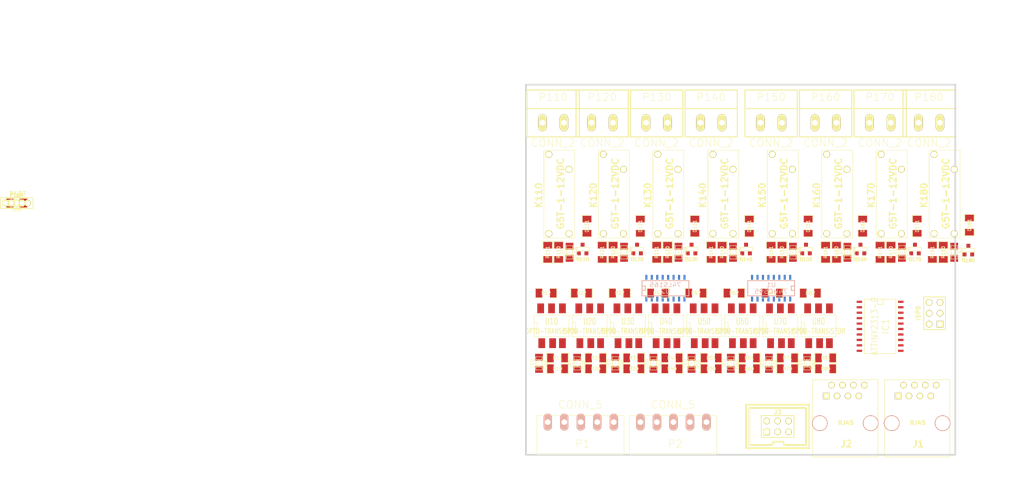
<source format=kicad_pcb>
(kicad_pcb (version 3) (host pcbnew "(2012-nov-02)-testing")
  (title_block (title "4in4out I2C board") (rev 0) (company "XPLDUINO project") (comment 1 "GNU GPL v2") (comment 2 "Domotic Open Source "))
  (layers (15 Dessus signal) (0 Dessous signal))
  (net 0 "")
  (net 1 +12V)
  (net 2 +5V)
  (net 3 /230_110_1)
  (net 4 /230_110_2)
  (net 5 /230_120_1)
  (net 6 /230_120_2)
  (net 7 /230_130_1)
  (net 8 /230_130_2)
  (net 9 /230_140_1)
  (net 10 /230_140_2)
  (net 11 /230_150_1)
  (net 12 /230_150_2)
  (net 13 /230_160_1)
  (net 14 /230_160_2)
  (net 15 /230_170_1)
  (net 16 /230_170_2)
  (net 17 /230_180_1)
  (net 18 /230_180_2)
  (net 19 /INT)
  (net 20 A0)
  (net 21 A1)
  (net 22 A2)
  (net 23 A3)
  (net 24 CLK)
  (net 25 CLK_IN)
  (net 26 CMD0)
  (net 27 CMD1)
  (net 28 CMD2)
  (net 29 CMD3)
  (net 30 CMD4)
  (net 31 CMD5)
  (net 32 CMD6)
  (net 33 CMD7)
  (net 34 DATA_IN)
  (net 35 DGND)
  (net 36 GND)
  (net 37 IN0)
  (net 38 IN1)
  (net 39 IN2)
  (net 40 IN3)
  (net 41 IN4)
  (net 42 IN5)
  (net 43 IN6)
  (net 44 IN7)
  (net 45 LATCH)
  (net 46 LATCH_IN)
  (net 47 MISO)
  (net 48 "MOSI(SDA)")
  (net 49 N-000001)
  (net 50 N-0000010)
  (net 51 N-0000011)
  (net 52 N-0000012)
  (net 53 N-0000013)
  (net 54 N-0000014)
  (net 55 N-0000015)
  (net 56 N-0000016)
  (net 57 N-0000018)
  (net 58 N-000002)
  (net 59 N-0000020)
  (net 60 N-0000021)
  (net 61 N-0000022)
  (net 62 N-0000023)
  (net 63 N-0000024)
  (net 64 N-0000025)
  (net 65 N-0000027)
  (net 66 N-0000028)
  (net 67 N-0000029)
  (net 68 N-000003)
  (net 69 N-0000030)
  (net 70 N-0000031)
  (net 71 N-0000032)
  (net 72 N-0000035)
  (net 73 N-0000036)
  (net 74 N-0000037)
  (net 75 N-0000038)
  (net 76 N-000004)
  (net 77 N-0000049)
  (net 78 N-000005)
  (net 79 N-0000050)
  (net 80 N-0000051)
  (net 81 N-0000052)
  (net 82 N-0000053)
  (net 83 N-0000054)
  (net 84 N-0000055)
  (net 85 N-0000056)
  (net 86 N-0000057)
  (net 87 N-0000058)
  (net 88 N-0000059)
  (net 89 N-000006)
  (net 90 N-000007)
  (net 91 N-0000075)
  (net 92 N-000008)
  (net 93 N-0000087)
  (net 94 N-000009)
  (net 95 OUT0)
  (net 96 OUT1)
  (net 97 OUT2)
  (net 98 OUT3)
  (net 99 OUT4)
  (net 100 OUT5)
  (net 101 OUT6)
  (net 102 OUT7)
  (net 103 RX)
  (net 104 "SCK(SCL)")
  (net 105 TX)
  (module SOT23EBC (layer Dessus) (at 246.888 109.474 180)
    (fp_text reference Q150)
    (fp_text value NPN hide)
    (pad 1 smd rect (at -0.889 -1.016 180) (size 0.9144 0.9144) (layers Dessus Dessus.Pate Dessus.Masque) (net 35 DGND))
    (pad 2 smd rect (at 0.889 -1.016 180) (size 0.9144 0.9144) (layers Dessus Dessus.Pate Dessus.Masque) (net 64 N-0000025))
    (pad 3 smd rect (at 0 1.016 180) (size 0.9144 0.9144) (layers Dessus Dessus.Pate Dessus.Masque) (net 63 N-0000024))
  )
  (module SOT23EBC (layer Dessus) (at 259.588 109.474 180)
    (fp_text reference Q160)
    (fp_text value NPN hide)
    (pad 1 smd rect (at -0.889 -1.016 180) (size 0.9144 0.9144) (layers Dessus Dessus.Pate Dessus.Masque) (net 35 DGND))
    (pad 2 smd rect (at 0.889 -1.016 180) (size 0.9144 0.9144) (layers Dessus Dessus.Pate Dessus.Masque) (net 57 N-0000018))
    (pad 3 smd rect (at 0 1.016 180) (size 0.9144 0.9144) (layers Dessus Dessus.Pate Dessus.Masque) (net 66 N-0000028))
  )
  (module SOT23EBC (layer Dessus) (at 232.918 109.474 180)
    (fp_text reference Q140)
    (fp_text value NPN hide)
    (pad 1 smd rect (at -0.889 -1.016 180) (size 0.9144 0.9144) (layers Dessus Dessus.Pate Dessus.Masque) (net 35 DGND))
    (pad 2 smd rect (at 0.889 -1.016 180) (size 0.9144 0.9144) (layers Dessus Dessus.Pate Dessus.Masque) (net 61 N-0000022))
    (pad 3 smd rect (at 0 1.016 180) (size 0.9144 0.9144) (layers Dessus Dessus.Pate Dessus.Masque) (net 90 N-000007))
  )
  (module SOT23EBC (layer Dessus) (at 272.288 109.474 180)
    (fp_text reference Q170)
    (fp_text value NPN hide)
    (pad 1 smd rect (at -0.889 -1.016 180) (size 0.9144 0.9144) (layers Dessus Dessus.Pate Dessus.Masque) (net 35 DGND))
    (pad 2 smd rect (at 0.889 -1.016 180) (size 0.9144 0.9144) (layers Dessus Dessus.Pate Dessus.Masque) (net 55 N-0000015))
    (pad 3 smd rect (at 0 1.016 180) (size 0.9144 0.9144) (layers Dessus Dessus.Pate Dessus.Masque) (net 54 N-0000014))
  )
  (module SOT23EBC (layer Dessus) (at 194.818 109.474 180)
    (fp_text reference Q110)
    (fp_text value NPN hide)
    (pad 1 smd rect (at -0.889 -1.016 180) (size 0.9144 0.9144) (layers Dessus Dessus.Pate Dessus.Masque) (net 35 DGND))
    (pad 2 smd rect (at 0.889 -1.016 180) (size 0.9144 0.9144) (layers Dessus Dessus.Pate Dessus.Masque) (net 69 N-0000030))
    (pad 3 smd rect (at 0 1.016 180) (size 0.9144 0.9144) (layers Dessus Dessus.Pate Dessus.Masque) (net 71 N-0000032))
  )
  (module SOT23EBC (layer Dessus) (at 220.218 109.474 180)
    (fp_text reference Q130)
    (fp_text value NPN hide)
    (pad 1 smd rect (at -0.889 -1.016 180) (size 0.9144 0.9144) (layers Dessus Dessus.Pate Dessus.Masque) (net 35 DGND))
    (pad 2 smd rect (at 0.889 -1.016 180) (size 0.9144 0.9144) (layers Dessus Dessus.Pate Dessus.Masque) (net 78 N-000005))
    (pad 3 smd rect (at 0 1.016 180) (size 0.9144 0.9144) (layers Dessus Dessus.Pate Dessus.Masque) (net 49 N-000001))
  )
  (module SOT23EBC (layer Dessus) (at 284.734 109.728 180)
    (fp_text reference Q180)
    (fp_text value NPN hide)
    (pad 1 smd rect (at -0.889 -1.016 180) (size 0.9144 0.9144) (layers Dessus Dessus.Pate Dessus.Masque) (net 35 DGND))
    (pad 2 smd rect (at 0.889 -1.016 180) (size 0.9144 0.9144) (layers Dessus Dessus.Pate Dessus.Masque) (net 86 N-0000057))
    (pad 3 smd rect (at 0 1.016 180) (size 0.9144 0.9144) (layers Dessus Dessus.Pate Dessus.Masque) (net 60 N-0000021))
  )
  (module SOT23EBC (layer Dessus) (at 207.518 109.474 180)
    (fp_text reference Q120)
    (fp_text value NPN hide)
    (pad 1 smd rect (at -0.889 -1.016 180) (size 0.9144 0.9144) (layers Dessus Dessus.Pate Dessus.Masque) (net 35 DGND))
    (pad 2 smd rect (at 0.889 -1.016 180) (size 0.9144 0.9144) (layers Dessus Dessus.Pate Dessus.Masque) (net 68 N-000003))
    (pad 3 smd rect (at 0 1.016 180) (size 0.9144 0.9144) (layers Dessus Dessus.Pate Dessus.Masque) (net 76 N-000004))
  )
  (module SO20L (layer Dessus) (at 264.16 127.508 270)
    (fp_text reference IC1)
    (fp_text value ATTINY2313-P)
    (pad 11 smd rect (at 5.715 -4.826 270) (size 0.508 1.27) (layers Dessus Dessus.Pate Dessus.Masque) (net 19 /INT))
    (pad 12 smd rect (at 4.445 -4.826 270) (size 0.508 1.27) (layers Dessus Dessus.Pate Dessus.Masque) (net 34 DATA_IN))
    (pad 13 smd rect (at 3.175 -4.826 270) (size 0.508 1.27) (layers Dessus Dessus.Pate Dessus.Masque) (net 20 A0))
    (pad 14 smd rect (at 1.905 -4.826 270) (size 0.508 1.27) (layers Dessus Dessus.Pate Dessus.Masque) (net 21 A1))
    (pad 15 smd rect (at 0.635 -4.826 270) (size 0.508 1.27) (layers Dessus Dessus.Pate Dessus.Masque) (net 22 A2))
    (pad 16 smd rect (at -0.635 -4.826 270) (size 0.508 1.27) (layers Dessus Dessus.Pate Dessus.Masque) (net 23 A3))
    (pad 17 smd rect (at -1.905 -4.826 270) (size 0.508 1.27) (layers Dessus Dessus.Pate Dessus.Masque) (net 48 "MOSI(SDA)"))
    (pad 18 smd rect (at -3.175 -4.826 270) (size 0.508 1.27) (layers Dessus Dessus.Pate Dessus.Masque) (net 47 MISO))
    (pad 19 smd rect (at -4.445 -4.826 270) (size 0.508 1.27) (layers Dessus Dessus.Pate Dessus.Masque) (net 104 "SCK(SCL)"))
    (pad 20 smd rect (at -5.715 -4.826 270) (size 0.508 1.27) (layers Dessus Dessus.Pate Dessus.Masque) (net 2 +5V))
    (pad 1 smd rect (at -5.715 4.826 270) (size 0.508 1.27) (layers Dessus Dessus.Pate Dessus.Masque) (net 70 N-0000031))
    (pad 2 smd rect (at -4.445 4.826 270) (size 0.508 1.27) (layers Dessus Dessus.Pate Dessus.Masque) (net 103 RX))
    (pad 3 smd rect (at -3.175 4.826 270) (size 0.508 1.27) (layers Dessus Dessus.Pate Dessus.Masque) (net 105 TX))
    (pad 4 smd rect (at -1.905 4.826 270) (size 0.508 1.27) (layers Dessus Dessus.Pate Dessus.Masque) (net 46 LATCH_IN))
    (pad 5 smd rect (at -0.635 4.826 270) (size 0.508 1.27) (layers Dessus Dessus.Pate Dessus.Masque) (net 72 N-0000035))
    (pad 6 smd rect (at 0.635 4.826 270) (size 0.508 1.27) (layers Dessus Dessus.Pate Dessus.Masque) (net 25 CLK_IN))
    (pad 7 smd rect (at 1.905 4.826 270) (size 0.508 1.27) (layers Dessus Dessus.Pate Dessus.Masque))
    (pad 8 smd rect (at 3.175 4.826 270) (size 0.508 1.27) (layers Dessus Dessus.Pate Dessus.Masque))
    (pad 9 smd rect (at 4.445 4.826 270) (size 0.508 1.27) (layers Dessus Dessus.Pate Dessus.Masque))
    (pad 10 smd rect (at 5.715 4.826 270) (size 0.508 1.27) (layers Dessus Dessus.Pate Dessus.Masque) (net 35 DGND))
  )
  (module SO16E (layer Dessous) (at 214.122 118.618)
    (fp_text reference U2)
    (fp_text value 74LS165)
    (pad 1 smd rect (at -4.445 -2.54) (size 0.508 1.143) (layers Dessous Dessous.Pate Dessous.Masque) (net 46 LATCH_IN))
    (pad 2 smd rect (at -3.175 -2.54) (size 0.508 1.143) (layers Dessous Dessous.Pate Dessous.Masque) (net 25 CLK_IN))
    (pad 3 smd rect (at -1.905 -2.54) (size 0.508 1.143) (layers Dessous Dessous.Pate Dessous.Masque) (net 30 CMD4))
    (pad 4 smd rect (at -0.635 -2.54) (size 0.508 1.143) (layers Dessous Dessous.Pate Dessous.Masque) (net 31 CMD5))
    (pad 5 smd rect (at 0.635 -2.54) (size 0.508 1.143) (layers Dessous Dessous.Pate Dessous.Masque) (net 32 CMD6))
    (pad 6 smd rect (at 1.905 -2.54) (size 0.508 1.143) (layers Dessous Dessous.Pate Dessous.Masque) (net 33 CMD7))
    (pad 7 smd rect (at 3.175 -2.54) (size 0.508 1.143) (layers Dessous Dessous.Pate Dessous.Masque))
    (pad 8 smd rect (at 4.445 -2.54) (size 0.508 1.143) (layers Dessous Dessous.Pate Dessous.Masque) (net 36 GND))
    (pad 9 smd rect (at 4.445 2.54) (size 0.508 1.143) (layers Dessous Dessous.Pate Dessous.Masque))
    (pad 10 smd rect (at 3.175 2.54) (size 0.508 1.143) (layers Dessous Dessous.Pate Dessous.Masque) (net 34 DATA_IN))
    (pad 11 smd rect (at 1.905 2.54) (size 0.508 1.143) (layers Dessous Dessous.Pate Dessous.Masque) (net 26 CMD0))
    (pad 12 smd rect (at 0.635 2.54) (size 0.508 1.143) (layers Dessous Dessous.Pate Dessous.Masque) (net 27 CMD1))
    (pad 13 smd rect (at -0.635 2.54) (size 0.508 1.143) (layers Dessous Dessous.Pate Dessous.Masque) (net 28 CMD2))
    (pad 14 smd rect (at -1.905 2.54) (size 0.508 1.143) (layers Dessous Dessous.Pate Dessous.Masque) (net 29 CMD3))
    (pad 15 smd rect (at -3.175 2.54) (size 0.508 1.143) (layers Dessous Dessous.Pate Dessous.Masque) (net 25 CLK_IN))
    (pad 16 smd rect (at -4.445 2.54) (size 0.508 1.143) (layers Dessous Dessous.Pate Dessous.Masque) (net 2 +5V))
  )
  (module SO16E (layer Dessous) (at 238.76 118.618 180)
    (fp_text reference U1)
    (fp_text value 74HC595)
    (pad 1 smd rect (at -4.445 -2.54 180) (size 0.508 1.143) (layers Dessous Dessous.Pate Dessous.Masque) (net 96 OUT1))
    (pad 2 smd rect (at -3.175 -2.54 180) (size 0.508 1.143) (layers Dessous Dessous.Pate Dessous.Masque) (net 97 OUT2))
    (pad 3 smd rect (at -1.905 -2.54 180) (size 0.508 1.143) (layers Dessous Dessous.Pate Dessous.Masque) (net 98 OUT3))
    (pad 4 smd rect (at -0.635 -2.54 180) (size 0.508 1.143) (layers Dessous Dessous.Pate Dessous.Masque) (net 99 OUT4))
    (pad 5 smd rect (at 0.635 -2.54 180) (size 0.508 1.143) (layers Dessous Dessous.Pate Dessous.Masque) (net 100 OUT5))
    (pad 6 smd rect (at 1.905 -2.54 180) (size 0.508 1.143) (layers Dessous Dessous.Pate Dessous.Masque) (net 101 OUT6))
    (pad 7 smd rect (at 3.175 -2.54 180) (size 0.508 1.143) (layers Dessous Dessous.Pate Dessous.Masque) (net 102 OUT7))
    (pad 8 smd rect (at 4.445 -2.54 180) (size 0.508 1.143) (layers Dessous Dessous.Pate Dessous.Masque) (net 36 GND))
    (pad 9 smd rect (at 4.445 2.54 180) (size 0.508 1.143) (layers Dessous Dessous.Pate Dessous.Masque) (net 91 N-0000075))
    (pad 10 smd rect (at 3.175 2.54 180) (size 0.508 1.143) (layers Dessous Dessous.Pate Dessous.Masque) (net 2 +5V))
    (pad 11 smd rect (at 1.905 2.54 180) (size 0.508 1.143) (layers Dessous Dessous.Pate Dessous.Masque) (net 24 CLK))
    (pad 12 smd rect (at 0.635 2.54 180) (size 0.508 1.143) (layers Dessous Dessous.Pate Dessous.Masque) (net 45 LATCH))
    (pad 13 smd rect (at -0.635 2.54 180) (size 0.508 1.143) (layers Dessous Dessous.Pate Dessous.Masque) (net 35 DGND))
    (pad 14 smd rect (at -1.905 2.54 180) (size 0.508 1.143) (layers Dessous Dessous.Pate Dessous.Masque))
    (pad 15 smd rect (at -3.175 2.54 180) (size 0.508 1.143) (layers Dessous Dessous.Pate Dessous.Masque) (net 95 OUT0))
    (pad 16 smd rect (at -4.445 2.54 180) (size 0.508 1.143) (layers Dessous Dessous.Pate Dessous.Masque) (net 2 +5V))
  )
  (module SM1206 (layer Dessus) (at 242.57 134.874)
    (fp_text reference R71)
    (fp_text value R hide)
    (pad 1 smd rect (at -1.651 0) (size 1.524 2.032) (layers Dessus Dessus.Pate Dessus.Masque) (net 92 N-000008))
    (pad 2 smd rect (at 1.651 0) (size 1.524 2.032) (layers Dessus Dessus.Pate Dessus.Masque) (net 36 GND))
  )
  (module SM1206 (layer Dessus) (at 233.68 137.414)
    (fp_text reference R60)
    (fp_text value R hide)
    (pad 1 smd rect (at -1.651 0) (size 1.524 2.032) (layers Dessus Dessus.Pate Dessus.Masque) (net 51 N-0000011))
    (pad 2 smd rect (at 1.651 0) (size 1.524 2.032) (layers Dessus Dessus.Pate Dessus.Masque) (net 36 GND))
  )
  (module SM1206 (layer Dessus) (at 247.396 104.14 90)
    (fp_text reference D151)
    (fp_text value DIODE hide)
    (pad 1 smd rect (at -1.651 0 90) (size 1.524 2.032) (layers Dessus Dessus.Pate Dessus.Masque) (net 63 N-0000024))
    (pad 2 smd rect (at 1.651 0 90) (size 1.524 2.032) (layers Dessus Dessus.Pate Dessus.Masque) (net 1 +12V))
  )
  (module SM1206 (layer Dessus) (at 227.33 110.236 90)
    (fp_text reference R140)
    (fp_text value R hide)
    (pad 1 smd rect (at -1.651 0 90) (size 1.524 2.032) (layers Dessus Dessus.Pate Dessus.Masque) (net 98 OUT3))
    (pad 2 smd rect (at 1.651 0 90) (size 1.524 2.032) (layers Dessus Dessus.Pate Dessus.Masque) (net 62 N-0000023))
  )
  (module SM1206 (layer Dessus) (at 224.79 110.236 90)
    (fp_text reference R141)
    (fp_text value R hide)
    (pad 1 smd rect (at -1.651 0 90) (size 1.524 2.032) (layers Dessus Dessus.Pate Dessus.Masque) (net 98 OUT3))
    (pad 2 smd rect (at 1.651 0 90) (size 1.524 2.032) (layers Dessus Dessus.Pate Dessus.Masque) (net 61 N-0000022))
  )
  (module SM1206 (layer Dessus) (at 233.68 134.874)
    (fp_text reference R61)
    (fp_text value R hide)
    (pad 1 smd rect (at -1.651 0) (size 1.524 2.032) (layers Dessus Dessus.Pate Dessus.Masque) (net 50 N-0000010))
    (pad 2 smd rect (at 1.651 0) (size 1.524 2.032) (layers Dessus Dessus.Pate Dessus.Masque) (net 36 GND))
  )
  (module SM1206 (layer Dessus) (at 242.57 137.414)
    (fp_text reference R70)
    (fp_text value R hide)
    (pad 1 smd rect (at -1.651 0) (size 1.524 2.032) (layers Dessus Dessus.Pate Dessus.Masque) (net 94 N-000009))
    (pad 2 smd rect (at 1.651 0) (size 1.524 2.032) (layers Dessus Dessus.Pate Dessus.Masque) (net 36 GND))
  )
  (module SM1206 (layer Dessus) (at 233.68 104.14 90)
    (fp_text reference D141)
    (fp_text value DIODE hide)
    (pad 1 smd rect (at -1.651 0 90) (size 1.524 2.032) (layers Dessus Dessus.Pate Dessus.Masque) (net 90 N-000007))
    (pad 2 smd rect (at 1.651 0 90) (size 1.524 2.032) (layers Dessus Dessus.Pate Dessus.Masque) (net 1 +12V))
  )
  (module SM1206 (layer Dessus) (at 214.63 110.236 90)
    (fp_text reference R130)
    (fp_text value R hide)
    (pad 1 smd rect (at -1.651 0 90) (size 1.524 2.032) (layers Dessus Dessus.Pate Dessus.Masque) (net 97 OUT2))
    (pad 2 smd rect (at 1.651 0 90) (size 1.524 2.032) (layers Dessus Dessus.Pate Dessus.Masque) (net 89 N-000006))
  )
  (module SM1206 (layer Dessus) (at 208.28 104.14 90)
    (fp_text reference D121)
    (fp_text value DIODE hide)
    (pad 1 smd rect (at -1.651 0 90) (size 1.524 2.032) (layers Dessus Dessus.Pate Dessus.Masque) (net 76 N-000004))
    (pad 2 smd rect (at 1.651 0 90) (size 1.524 2.032) (layers Dessus Dessus.Pate Dessus.Masque) (net 1 +12V))
  )
  (module SM1206 (layer Dessus) (at 212.09 110.236 90)
    (fp_text reference R131)
    (fp_text value R hide)
    (pad 1 smd rect (at -1.651 0 90) (size 1.524 2.032) (layers Dessus Dessus.Pate Dessus.Masque) (net 97 OUT2))
    (pad 2 smd rect (at 1.651 0 90) (size 1.524 2.032) (layers Dessus Dessus.Pate Dessus.Masque) (net 78 N-000005))
  )
  (module SM1206 (layer Dessus) (at 251.46 137.414)
    (fp_text reference R80)
    (fp_text value R hide)
    (pad 1 smd rect (at -1.651 0) (size 1.524 2.032) (layers Dessus Dessus.Pate Dessus.Masque) (net 53 N-0000013))
    (pad 2 smd rect (at 1.651 0) (size 1.524 2.032) (layers Dessus Dessus.Pate Dessus.Masque) (net 36 GND))
  )
  (module SM1206 (layer Dessus) (at 220.98 104.14 90)
    (fp_text reference D131)
    (fp_text value DIODE hide)
    (pad 1 smd rect (at -1.651 0 90) (size 1.524 2.032) (layers Dessus Dessus.Pate Dessus.Masque) (net 49 N-000001))
    (pad 2 smd rect (at 1.651 0 90) (size 1.524 2.032) (layers Dessus Dessus.Pate Dessus.Masque) (net 1 +12V))
  )
  (module SM1206 (layer Dessus) (at 251.46 134.874)
    (fp_text reference R81)
    (fp_text value R hide)
    (pad 1 smd rect (at -1.651 0) (size 1.524 2.032) (layers Dessus Dessus.Pate Dessus.Masque) (net 52 N-0000012))
    (pad 2 smd rect (at 1.651 0) (size 1.524 2.032) (layers Dessus Dessus.Pate Dessus.Masque) (net 36 GND))
  )
  (module SM1206 (layer Dessus) (at 260.096 104.14 90)
    (fp_text reference D161)
    (fp_text value DIODE hide)
    (pad 1 smd rect (at -1.651 0 90) (size 1.524 2.032) (layers Dessus Dessus.Pate Dessus.Masque) (net 66 N-0000028))
    (pad 2 smd rect (at 1.651 0 90) (size 1.524 2.032) (layers Dessus Dessus.Pate Dessus.Masque) (net 1 +12V))
  )
  (module SM1206 (layer Dessus) (at 199.39 110.236 90)
    (fp_text reference R121)
    (fp_text value R hide)
    (pad 1 smd rect (at -1.651 0 90) (size 1.524 2.032) (layers Dessus Dessus.Pate Dessus.Masque) (net 96 OUT1))
    (pad 2 smd rect (at 1.651 0 90) (size 1.524 2.032) (layers Dessus Dessus.Pate Dessus.Masque) (net 68 N-000003))
  )
  (module SM1206 (layer Dessus) (at 276.352 110.236 90)
    (fp_text reference R181)
    (fp_text value R hide)
    (pad 1 smd rect (at -1.651 0 90) (size 1.524 2.032) (layers Dessus Dessus.Pate Dessus.Masque) (net 102 OUT7))
    (pad 2 smd rect (at 1.651 0 90) (size 1.524 2.032) (layers Dessus Dessus.Pate Dessus.Masque) (net 86 N-0000057))
  )
  (module SM1206 (layer Dessus) (at 247.904 119.761)
    (fp_text reference R82)
    (fp_text value R hide)
    (pad 1 smd rect (at -1.651 0) (size 1.524 2.032) (layers Dessus Dessus.Pate Dessus.Masque) (net 2 +5V))
    (pad 2 smd rect (at 1.651 0) (size 1.524 2.032) (layers Dessus Dessus.Pate Dessus.Masque) (net 33 CMD7))
  )
  (module SM1206 (layer Dessus) (at 239.014 119.761)
    (fp_text reference R72)
    (fp_text value R hide)
    (pad 1 smd rect (at -1.651 0) (size 1.524 2.032) (layers Dessus Dessus.Pate Dessus.Masque) (net 2 +5V))
    (pad 2 smd rect (at 1.651 0) (size 1.524 2.032) (layers Dessus Dessus.Pate Dessus.Masque) (net 32 CMD6))
  )
  (module SM1206 (layer Dessus) (at 230.124 119.761)
    (fp_text reference R62)
    (fp_text value R hide)
    (pad 1 smd rect (at -1.651 0) (size 1.524 2.032) (layers Dessus Dessus.Pate Dessus.Masque) (net 2 +5V))
    (pad 2 smd rect (at 1.651 0) (size 1.524 2.032) (layers Dessus Dessus.Pate Dessus.Masque) (net 31 CMD5))
  )
  (module SM1206 (layer Dessus) (at 221.234 119.761)
    (fp_text reference R52)
    (fp_text value R hide)
    (pad 1 smd rect (at -1.651 0) (size 1.524 2.032) (layers Dessus Dessus.Pate Dessus.Masque) (net 2 +5V))
    (pad 2 smd rect (at 1.651 0) (size 1.524 2.032) (layers Dessus Dessus.Pate Dessus.Masque) (net 30 CMD4))
  )
  (module SM1206 (layer Dessus) (at 212.344 119.761)
    (fp_text reference R42)
    (fp_text value R hide)
    (pad 1 smd rect (at -1.651 0) (size 1.524 2.032) (layers Dessus Dessus.Pate Dessus.Masque) (net 2 +5V))
    (pad 2 smd rect (at 1.651 0) (size 1.524 2.032) (layers Dessus Dessus.Pate Dessus.Masque) (net 29 CMD3))
  )
  (module SM1206 (layer Dessus) (at 203.454 119.761)
    (fp_text reference R32)
    (fp_text value R hide)
    (pad 1 smd rect (at -1.651 0) (size 1.524 2.032) (layers Dessus Dessus.Pate Dessus.Masque) (net 2 +5V))
    (pad 2 smd rect (at 1.651 0) (size 1.524 2.032) (layers Dessus Dessus.Pate Dessus.Masque) (net 28 CMD2))
  )
  (module SM1206 (layer Dessus) (at 194.564 119.761)
    (fp_text reference R22)
    (fp_text value R hide)
    (pad 1 smd rect (at -1.651 0) (size 1.524 2.032) (layers Dessus Dessus.Pate Dessus.Masque) (net 2 +5V))
    (pad 2 smd rect (at 1.651 0) (size 1.524 2.032) (layers Dessus Dessus.Pate Dessus.Masque) (net 27 CMD1))
  )
  (module SM1206 (layer Dessus) (at 186.309 119.761)
    (fp_text reference R12)
    (fp_text value R hide)
    (pad 1 smd rect (at -1.651 0) (size 1.524 2.032) (layers Dessus Dessus.Pate Dessus.Masque) (net 2 +5V))
    (pad 2 smd rect (at 1.651 0) (size 1.524 2.032) (layers Dessus Dessus.Pate Dessus.Masque) (net 26 CMD0))
  )
  (module SM1206 (layer Dessus) (at 278.892 110.236 90)
    (fp_text reference R180)
    (fp_text value R hide)
    (pad 1 smd rect (at -1.651 0 90) (size 1.524 2.032) (layers Dessus Dessus.Pate Dessus.Masque) (net 102 OUT7))
    (pad 2 smd rect (at 1.651 0 90) (size 1.524 2.032) (layers Dessus Dessus.Pate Dessus.Masque) (net 93 N-0000087))
  )
  (module SM1206 (layer Dessus) (at 238.76 110.236 90)
    (fp_text reference R151)
    (fp_text value R hide)
    (pad 1 smd rect (at -1.651 0 90) (size 1.524 2.032) (layers Dessus Dessus.Pate Dessus.Masque) (net 99 OUT4))
    (pad 2 smd rect (at 1.651 0 90) (size 1.524 2.032) (layers Dessus Dessus.Pate Dessus.Masque) (net 64 N-0000025))
  )
  (module SM1206 (layer Dessus) (at 284.988 103.886 90)
    (fp_text reference D181)
    (fp_text value DIODE hide)
    (pad 1 smd rect (at -1.651 0 90) (size 1.524 2.032) (layers Dessus Dessus.Pate Dessus.Masque) (net 60 N-0000021))
    (pad 2 smd rect (at 1.651 0 90) (size 1.524 2.032) (layers Dessus Dessus.Pate Dessus.Masque) (net 1 +12V))
  )
  (module SM1206 (layer Dessus) (at 266.7 110.236 90)
    (fp_text reference R170)
    (fp_text value R hide)
    (pad 1 smd rect (at -1.651 0 90) (size 1.524 2.032) (layers Dessus Dessus.Pate Dessus.Masque) (net 101 OUT6))
    (pad 2 smd rect (at 1.651 0 90) (size 1.524 2.032) (layers Dessus Dessus.Pate Dessus.Masque) (net 59 N-0000020))
  )
  (module SM1206 (layer Dessus) (at 264.16 110.236 90)
    (fp_text reference R171)
    (fp_text value R hide)
    (pad 1 smd rect (at -1.651 0 90) (size 1.524 2.032) (layers Dessus Dessus.Pate Dessus.Masque) (net 101 OUT6))
    (pad 2 smd rect (at 1.651 0 90) (size 1.524 2.032) (layers Dessus Dessus.Pate Dessus.Masque) (net 55 N-0000015))
  )
  (module SM1206 (layer Dessus) (at 272.796 104.14 90)
    (fp_text reference D171)
    (fp_text value DIODE hide)
    (pad 1 smd rect (at -1.651 0 90) (size 1.524 2.032) (layers Dessus Dessus.Pate Dessus.Masque) (net 54 N-0000014))
    (pad 2 smd rect (at 1.651 0 90) (size 1.524 2.032) (layers Dessus Dessus.Pate Dessus.Masque) (net 1 +12V))
  )
  (module SM1206 (layer Dessus) (at 254 110.236 90)
    (fp_text reference R160)
    (fp_text value R hide)
    (pad 1 smd rect (at -1.651 0 90) (size 1.524 2.032) (layers Dessus Dessus.Pate Dessus.Masque) (net 100 OUT5))
    (pad 2 smd rect (at 1.651 0 90) (size 1.524 2.032) (layers Dessus Dessus.Pate Dessus.Masque) (net 56 N-0000016))
  )
  (module SM1206 (layer Dessus) (at 251.46 110.236 90)
    (fp_text reference R161)
    (fp_text value R hide)
    (pad 1 smd rect (at -1.651 0 90) (size 1.524 2.032) (layers Dessus Dessus.Pate Dessus.Masque) (net 100 OUT5))
    (pad 2 smd rect (at 1.651 0 90) (size 1.524 2.032) (layers Dessus Dessus.Pate Dessus.Masque) (net 57 N-0000018))
  )
  (module SM1206 (layer Dessus) (at 201.93 110.236 90)
    (fp_text reference R120)
    (fp_text value R hide)
    (pad 1 smd rect (at -1.651 0 90) (size 1.524 2.032) (layers Dessus Dessus.Pate Dessus.Masque) (net 96 OUT1))
    (pad 2 smd rect (at 1.651 0 90) (size 1.524 2.032) (layers Dessus Dessus.Pate Dessus.Masque) (net 58 N-000002))
  )
  (module SM1206 (layer Dessus) (at 241.3 110.236 90)
    (fp_text reference R150)
    (fp_text value R hide)
    (pad 1 smd rect (at -1.651 0 90) (size 1.524 2.032) (layers Dessus Dessus.Pate Dessus.Masque) (net 99 OUT4))
    (pad 2 smd rect (at 1.651 0 90) (size 1.524 2.032) (layers Dessus Dessus.Pate Dessus.Masque) (net 65 N-0000027))
  )
  (module SM1206 (layer Dessus) (at 215.646 134.874)
    (fp_text reference R41)
    (fp_text value R hide)
    (pad 1 smd rect (at -1.651 0) (size 1.524 2.032) (layers Dessus Dessus.Pate Dessus.Masque) (net 80 N-0000051))
    (pad 2 smd rect (at 1.651 0) (size 1.524 2.032) (layers Dessus Dessus.Pate Dessus.Masque) (net 36 GND))
  )
  (module SM1206 (layer Dessus) (at 197.866 134.874)
    (fp_text reference R21)
    (fp_text value R hide)
    (pad 1 smd rect (at -1.651 0) (size 1.524 2.032) (layers Dessus Dessus.Pate Dessus.Masque) (net 81 N-0000052))
    (pad 2 smd rect (at 1.651 0) (size 1.524 2.032) (layers Dessus Dessus.Pate Dessus.Masque) (net 36 GND))
  )
  (module SM1206 (layer Dessus) (at 197.866 137.414)
    (fp_text reference R20)
    (fp_text value R hide)
    (pad 1 smd rect (at -1.651 0) (size 1.524 2.032) (layers Dessus Dessus.Pate Dessus.Masque) (net 82 N-0000053))
    (pad 2 smd rect (at 1.651 0) (size 1.524 2.032) (layers Dessus Dessus.Pate Dessus.Masque) (net 36 GND))
  )
  (module SM1206 (layer Dessus) (at 62.905641 98.747501)
    (fp_text reference R1)
    (fp_text value R hide)
    (pad 1 smd rect (at -1.651 0) (size 1.524 2.032) (layers Dessus Dessus.Pate Dessus.Masque) (net 2 +5V))
    (pad 2 smd rect (at 1.651 0) (size 1.524 2.032) (layers Dessus Dessus.Pate Dessus.Masque) (net 75 N-0000038))
  )
  (module SM1206 (layer Dessus) (at 206.756 137.414)
    (fp_text reference R30)
    (fp_text value R hide)
    (pad 1 smd rect (at -1.651 0) (size 1.524 2.032) (layers Dessus Dessus.Pate Dessus.Masque) (net 79 N-0000050))
    (pad 2 smd rect (at 1.651 0) (size 1.524 2.032) (layers Dessus Dessus.Pate Dessus.Masque) (net 36 GND))
  )
  (module SM1206 (layer Dessus) (at 206.756 134.874)
    (fp_text reference R31)
    (fp_text value R hide)
    (pad 1 smd rect (at -1.651 0) (size 1.524 2.032) (layers Dessus Dessus.Pate Dessus.Masque) (net 77 N-0000049))
    (pad 2 smd rect (at 1.651 0) (size 1.524 2.032) (layers Dessus Dessus.Pate Dessus.Masque) (net 36 GND))
  )
  (module SM1206 (layer Dessus) (at 62.905641 98.747501)
    (fp_text reference R2)
    (fp_text value R hide)
    (pad 1 smd rect (at -1.651 0) (size 1.524 2.032) (layers Dessus Dessus.Pate Dessus.Masque) (net 1 +12V))
    (pad 2 smd rect (at 1.651 0) (size 1.524 2.032) (layers Dessus Dessus.Pate Dessus.Masque) (net 74 N-0000037))
  )
  (module SM1206 (layer Dessus) (at 62.905641 98.747501)
    (fp_text reference C1)
    (fp_text value C hide)
    (pad 1 smd rect (at -1.651 0) (size 1.524 2.032) (layers Dessus Dessus.Pate Dessus.Masque) (net 2 +5V))
    (pad 2 smd rect (at 1.651 0) (size 1.524 2.032) (layers Dessus Dessus.Pate Dessus.Masque) (net 35 DGND))
  )
  (module SM1206 (layer Dessus) (at 62.905641 98.747501)
    (fp_text reference C2)
    (fp_text value C hide)
    (pad 1 smd rect (at -1.651 0) (size 1.524 2.032) (layers Dessus Dessus.Pate Dessus.Masque) (net 2 +5V))
    (pad 2 smd rect (at 1.651 0) (size 1.524 2.032) (layers Dessus Dessus.Pate Dessus.Masque) (net 35 DGND))
  )
  (module SM1206 (layer Dessus) (at 62.905641 98.747501)
    (fp_text reference R3)
    (fp_text value R hide)
    (pad 1 smd rect (at -1.651 0) (size 1.524 2.032) (layers Dessus Dessus.Pate Dessus.Masque) (net 73 N-0000036))
    (pad 2 smd rect (at 1.651 0) (size 1.524 2.032) (layers Dessus Dessus.Pate Dessus.Masque) (net 35 DGND))
  )
  (module SM1206 (layer Dessus) (at 215.646 137.414)
    (fp_text reference R40)
    (fp_text value R hide)
    (pad 1 smd rect (at -1.651 0) (size 1.524 2.032) (layers Dessus Dessus.Pate Dessus.Masque) (net 83 N-0000054))
    (pad 2 smd rect (at 1.651 0) (size 1.524 2.032) (layers Dessus Dessus.Pate Dessus.Masque) (net 36 GND))
  )
  (module SM1206 (layer Dessus) (at 189.23 110.236 90)
    (fp_text reference R110)
    (fp_text value R hide)
    (pad 1 smd rect (at -1.651 0 90) (size 1.524 2.032) (layers Dessus Dessus.Pate Dessus.Masque) (net 95 OUT0))
    (pad 2 smd rect (at 1.651 0 90) (size 1.524 2.032) (layers Dessus Dessus.Pate Dessus.Masque) (net 67 N-0000029))
  )
  (module SM1206 (layer Dessus) (at 186.69 110.236 90)
    (fp_text reference R111)
    (fp_text value R hide)
    (pad 1 smd rect (at -1.651 0 90) (size 1.524 2.032) (layers Dessus Dessus.Pate Dessus.Masque) (net 95 OUT0))
    (pad 2 smd rect (at 1.651 0 90) (size 1.524 2.032) (layers Dessus Dessus.Pate Dessus.Masque) (net 69 N-0000030))
  )
  (module SM1206 (layer Dessus) (at 62.905641 98.747501)
    (fp_text reference R4)
    (fp_text value R hide)
    (pad 1 smd rect (at -1.651 0) (size 1.524 2.032) (layers Dessus Dessus.Pate Dessus.Masque) (net 2 +5V))
    (pad 2 smd rect (at 1.651 0) (size 1.524 2.032) (layers Dessus Dessus.Pate Dessus.Masque) (net 70 N-0000031))
  )
  (module SM1206 (layer Dessus) (at 224.79 137.414)
    (fp_text reference R50)
    (fp_text value R hide)
    (pad 1 smd rect (at -1.651 0) (size 1.524 2.032) (layers Dessus Dessus.Pate Dessus.Masque) (net 85 N-0000056))
    (pad 2 smd rect (at 1.651 0) (size 1.524 2.032) (layers Dessus Dessus.Pate Dessus.Masque) (net 36 GND))
  )
  (module SM1206 (layer Dessus) (at 224.79 134.874)
    (fp_text reference R51)
    (fp_text value R hide)
    (pad 1 smd rect (at -1.651 0) (size 1.524 2.032) (layers Dessus Dessus.Pate Dessus.Masque) (net 84 N-0000055))
    (pad 2 smd rect (at 1.651 0) (size 1.524 2.032) (layers Dessus Dessus.Pate Dessus.Masque) (net 36 GND))
  )
  (module SM1206 (layer Dessus) (at 188.976 137.414)
    (fp_text reference R10)
    (fp_text value R hide)
    (pad 1 smd rect (at -1.651 0) (size 1.524 2.032) (layers Dessus Dessus.Pate Dessus.Masque) (net 88 N-0000059))
    (pad 2 smd rect (at 1.651 0) (size 1.524 2.032) (layers Dessus Dessus.Pate Dessus.Masque) (net 36 GND))
  )
  (module SM1206 (layer Dessus) (at 188.976 134.874)
    (fp_text reference R11)
    (fp_text value R hide)
    (pad 1 smd rect (at -1.651 0) (size 1.524 2.032) (layers Dessus Dessus.Pate Dessus.Masque) (net 87 N-0000058))
    (pad 2 smd rect (at 1.651 0) (size 1.524 2.032) (layers Dessus Dessus.Pate Dessus.Masque) (net 36 GND))
  )
  (module RJ45_8 (layer Dessus) (at 272.796 150.114)
    (fp_text reference J1)
    (fp_text value RJ45)
    (pad Hole np_thru_hole circle (at 5.93852 0) (size 3.64998 3.64998) (drill 3.251199) (layers *.Cu *.SilkS *.Mask))
    (pad Hole np_thru_hole circle (at -5.9309 0) (size 3.64998 3.64998) (drill 3.251199) (layers *.Cu *.SilkS *.Mask))
    (pad 1 thru_hole rect (at -4.445 -6.35) (size 1.50114 1.50114) (drill 0.899159) (layers *.Cu *.Mask Dessus.SilkS) (net 48 "MOSI(SDA)"))
    (pad 2 thru_hole circle (at -3.175 -8.89) (size 1.50114 1.50114) (drill 0.899159) (layers *.Cu *.Mask Dessus.SilkS) (net 35 DGND))
    (pad 3 thru_hole circle (at -1.905 -6.35) (size 1.50114 1.50114) (drill 0.899159) (layers *.Cu *.Mask Dessus.SilkS) (net 104 "SCK(SCL)"))
    (pad 4 thru_hole circle (at -0.635 -8.89) (size 1.50114 1.50114) (drill 0.899159) (layers *.Cu *.Mask Dessus.SilkS) (net 35 DGND))
    (pad 5 thru_hole circle (at 0.635 -6.35) (size 1.50114 1.50114) (drill 0.899159) (layers *.Cu *.Mask Dessus.SilkS) (net 19 /INT))
    (pad 6 thru_hole circle (at 1.905 -8.89) (size 1.50114 1.50114) (drill 0.899159) (layers *.Cu *.Mask Dessus.SilkS) (net 35 DGND))
    (pad 7 thru_hole circle (at 3.175 -6.35) (size 1.50114 1.50114) (drill 0.899159) (layers *.Cu *.Mask Dessus.SilkS) (net 2 +5V))
    (pad 8 thru_hole circle (at 4.445 -8.89) (size 1.50114 1.50114) (drill 0.899159) (layers *.Cu *.Mask Dessus.SilkS) (net 2 +5V))
  )
  (module RJ45_8 (layer Dessus) (at 256.032 150.114)
    (fp_text reference J2)
    (fp_text value RJ45)
    (pad Hole np_thru_hole circle (at 5.93852 0) (size 3.64998 3.64998) (drill 3.251199) (layers *.Cu *.SilkS *.Mask))
    (pad Hole np_thru_hole circle (at -5.9309 0) (size 3.64998 3.64998) (drill 3.251199) (layers *.Cu *.SilkS *.Mask))
    (pad 1 thru_hole rect (at -4.445 -6.35) (size 1.50114 1.50114) (drill 0.899159) (layers *.Cu *.Mask Dessus.SilkS) (net 48 "MOSI(SDA)"))
    (pad 2 thru_hole circle (at -3.175 -8.89) (size 1.50114 1.50114) (drill 0.899159) (layers *.Cu *.Mask Dessus.SilkS) (net 35 DGND))
    (pad 3 thru_hole circle (at -1.905 -6.35) (size 1.50114 1.50114) (drill 0.899159) (layers *.Cu *.Mask Dessus.SilkS) (net 104 "SCK(SCL)"))
    (pad 4 thru_hole circle (at -0.635 -8.89) (size 1.50114 1.50114) (drill 0.899159) (layers *.Cu *.Mask Dessus.SilkS) (net 35 DGND))
    (pad 5 thru_hole circle (at 0.635 -6.35) (size 1.50114 1.50114) (drill 0.899159) (layers *.Cu *.Mask Dessus.SilkS) (net 19 /INT))
    (pad 6 thru_hole circle (at 1.905 -8.89) (size 1.50114 1.50114) (drill 0.899159) (layers *.Cu *.Mask Dessus.SilkS) (net 35 DGND))
    (pad 7 thru_hole circle (at 3.175 -6.35) (size 1.50114 1.50114) (drill 0.899159) (layers *.Cu *.Mask Dessus.SilkS) (net 2 +5V))
    (pad 8 thru_hole circle (at 4.445 -8.89) (size 1.50114 1.50114) (drill 0.899159) (layers *.Cu *.Mask Dessus.SilkS) (net 2 +5V))
  )
  (module PIN_ARRAY_3X1 (layer Dessus) (at 62.905641 98.747501)
    (fp_text reference P107)
    (fp_text value CONN_3 hide)
    (pad 1 thru_hole rect (at -2.54 0) (size 1.524 1.524) (drill 1.016) (layers *.Cu *.Mask Dessus.SilkS) (net 91 N-0000075))
    (pad 2 thru_hole circle (at 0 0) (size 1.524 1.524) (drill 1.016) (layers *.Cu *.Mask Dessus.SilkS) (net 24 CLK))
    (pad 3 thru_hole circle (at 2.54 0) (size 1.524 1.524) (drill 1.016) (layers *.Cu *.Mask Dessus.SilkS) (net 45 LATCH))
  )
  (module PIN_ARRAY_2X1 (layer Dessus) (at 62.905641 98.747501)
    (fp_text reference P102)
    (fp_text value CONN_2 hide)
    (pad 1 thru_hole rect (at -1.27 0) (size 1.524 1.524) (drill 1.016) (layers *.Cu *.Mask Dessus.SilkS) (net 35 DGND))
    (pad 2 thru_hole circle (at 1.27 0) (size 1.524 1.524) (drill 1.016) (layers *.Cu *.Mask Dessus.SilkS) (net 21 A1))
  )
  (module PIN_ARRAY_2X1 (layer Dessus) (at 62.905641 98.747501)
    (fp_text reference P106)
    (fp_text value CONN_2 hide)
    (pad 1 thru_hole rect (at -1.27 0) (size 1.524 1.524) (drill 1.016) (layers *.Cu *.Mask Dessus.SilkS) (net 1 +12V))
    (pad 2 thru_hole circle (at 1.27 0) (size 1.524 1.524) (drill 1.016) (layers *.Cu *.Mask Dessus.SilkS) (net 35 DGND))
  )
  (module PIN_ARRAY_2X1 (layer Dessus) (at 62.905641 98.747501)
    (fp_text reference P103)
    (fp_text value CONN_2 hide)
    (pad 1 thru_hole rect (at -1.27 0) (size 1.524 1.524) (drill 1.016) (layers *.Cu *.Mask Dessus.SilkS) (net 35 DGND))
    (pad 2 thru_hole circle (at 1.27 0) (size 1.524 1.524) (drill 1.016) (layers *.Cu *.Mask Dessus.SilkS) (net 20 A0))
  )
  (module PIN_ARRAY_2X1 (layer Dessus) (at 62.905641 98.747501)
    (fp_text reference P101)
    (fp_text value CONN_2 hide)
    (pad 1 thru_hole rect (at -1.27 0) (size 1.524 1.524) (drill 1.016) (layers *.Cu *.Mask Dessus.SilkS) (net 35 DGND))
    (pad 2 thru_hole circle (at 1.27 0) (size 1.524 1.524) (drill 1.016) (layers *.Cu *.Mask Dessus.SilkS) (net 22 A2))
  )
  (module PIN_ARRAY_2X1 (layer Dessus) (at 62.905641 98.747501)
    (fp_text reference P100)
    (fp_text value CONN_2 hide)
    (pad 1 thru_hole rect (at -1.27 0) (size 1.524 1.524) (drill 1.016) (layers *.Cu *.Mask Dessus.SilkS) (net 35 DGND))
    (pad 2 thru_hole circle (at 1.27 0) (size 1.524 1.524) (drill 1.016) (layers *.Cu *.Mask Dessus.SilkS) (net 23 A3))
  )
  (module PIN_ARRAY_2X1 (layer Dessus) (at 62.905641 98.747501)
    (fp_text reference P105)
    (fp_text value CONN_2 hide)
    (pad 1 thru_hole rect (at -1.27 0) (size 1.524 1.524) (drill 1.016) (layers *.Cu *.Mask Dessus.SilkS) (net 1 +12V))
    (pad 2 thru_hole circle (at 1.27 0) (size 1.524 1.524) (drill 1.016) (layers *.Cu *.Mask Dessus.SilkS) (net 35 DGND))
  )
  (module PIN_ARRAY_2X1 (layer Dessus) (at 62.905641 98.747501)
    (fp_text reference P109)
    (fp_text value CONN_2 hide)
    (pad 1 thru_hole rect (at -1.27 0) (size 1.524 1.524) (drill 1.016) (layers *.Cu *.Mask Dessus.SilkS) (net 103 RX))
    (pad 2 thru_hole circle (at 1.27 0) (size 1.524 1.524) (drill 1.016) (layers *.Cu *.Mask Dessus.SilkS) (net 105 TX))
  )
  (module MOL_CONN_2_VH (layer Dessus) (at 264.16 80.01 180)
    (fp_text reference P170)
    (fp_text value CONN_2)
    (pad 1 thru_hole oval (at -2.5146 0 180) (size 1.9812 3.9624) (drill 1.320799) (layers *.Cu *.Mask Dessus.Pate Dessus.SilkS) (net 15 /230_170_1))
    (pad 2 thru_hole oval (at 2.4892 0 180) (size 1.9812 3.9624) (drill 1.320799) (layers *.Cu *.Mask Dessus.Pate Dessus.SilkS) (net 16 /230_170_2))
  )
  (module MOL_CONN_2_VH (layer Dessus) (at 275.59 80.01 180)
    (fp_text reference P180)
    (fp_text value CONN_2)
    (pad 1 thru_hole oval (at -2.5146 0 180) (size 1.9812 3.9624) (drill 1.320799) (layers *.Cu *.Mask Dessus.Pate Dessus.SilkS) (net 17 /230_180_1))
    (pad 2 thru_hole oval (at 2.4892 0 180) (size 1.9812 3.9624) (drill 1.320799) (layers *.Cu *.Mask Dessus.Pate Dessus.SilkS) (net 18 /230_180_2))
  )
  (module MOL_CONN_2_VH (layer Dessus) (at 251.46 80.01 180)
    (fp_text reference P160)
    (fp_text value CONN_2)
    (pad 1 thru_hole oval (at -2.5146 0 180) (size 1.9812 3.9624) (drill 1.320799) (layers *.Cu *.Mask Dessus.Pate Dessus.SilkS) (net 13 /230_160_1))
    (pad 2 thru_hole oval (at 2.4892 0 180) (size 1.9812 3.9624) (drill 1.320799) (layers *.Cu *.Mask Dessus.Pate Dessus.SilkS) (net 14 /230_160_2))
  )
  (module MOL_CONN_2_VH (layer Dessus) (at 187.96 80.01 180)
    (fp_text reference P110)
    (fp_text value CONN_2)
    (pad 1 thru_hole oval (at -2.5146 0 180) (size 1.9812 3.9624) (drill 1.320799) (layers *.Cu *.Mask Dessus.Pate Dessus.SilkS) (net 3 /230_110_1))
    (pad 2 thru_hole oval (at 2.4892 0 180) (size 1.9812 3.9624) (drill 1.320799) (layers *.Cu *.Mask Dessus.Pate Dessus.SilkS) (net 4 /230_110_2))
  )
  (module MOL_CONN_2_VH (layer Dessus) (at 238.76 80.01 180)
    (fp_text reference P150)
    (fp_text value CONN_2)
    (pad 1 thru_hole oval (at -2.5146 0 180) (size 1.9812 3.9624) (drill 1.320799) (layers *.Cu *.Mask Dessus.Pate Dessus.SilkS) (net 11 /230_150_1))
    (pad 2 thru_hole oval (at 2.4892 0 180) (size 1.9812 3.9624) (drill 1.320799) (layers *.Cu *.Mask Dessus.Pate Dessus.SilkS) (net 12 /230_150_2))
  )
  (module MOL_CONN_2_VH (layer Dessus) (at 199.39 80.01 180)
    (fp_text reference P120)
    (fp_text value CONN_2)
    (pad 1 thru_hole oval (at -2.5146 0 180) (size 1.9812 3.9624) (drill 1.320799) (layers *.Cu *.Mask Dessus.Pate Dessus.SilkS) (net 5 /230_120_1))
    (pad 2 thru_hole oval (at 2.4892 0 180) (size 1.9812 3.9624) (drill 1.320799) (layers *.Cu *.Mask Dessus.Pate Dessus.SilkS) (net 6 /230_120_2))
  )
  (module MOL_CONN_2_VH (layer Dessus) (at 212.09 80.01 180)
    (fp_text reference P130)
    (fp_text value CONN_2)
    (pad 1 thru_hole oval (at -2.5146 0 180) (size 1.9812 3.9624) (drill 1.320799) (layers *.Cu *.Mask Dessus.Pate Dessus.SilkS) (net 7 /230_130_1))
    (pad 2 thru_hole oval (at 2.4892 0 180) (size 1.9812 3.9624) (drill 1.320799) (layers *.Cu *.Mask Dessus.Pate Dessus.SilkS) (net 8 /230_130_2))
  )
  (module MOL_CONN_2_VH (layer Dessus) (at 224.79 80.01 180)
    (fp_text reference P140)
    (fp_text value CONN_2)
    (pad 1 thru_hole oval (at -2.5146 0 180) (size 1.9812 3.9624) (drill 1.320799) (layers *.Cu *.Mask Dessus.Pate Dessus.SilkS) (net 9 /230_140_1))
    (pad 2 thru_hole oval (at 2.4892 0 180) (size 1.9812 3.9624) (drill 1.320799) (layers *.Cu *.Mask Dessus.Pate Dessus.SilkS) (net 10 /230_140_2))
  )
  (module LED-1206 (layer Dessus) (at 220.218 136.144 270)
    (fp_text reference D50)
    (fp_text value LED)
    (pad 1 smd rect (at -1.41986 0 270) (size 1.59766 1.80086) (layers Dessus Dessus.Pate Dessus.Masque) (net 41 IN4))
    (pad 2 smd rect (at 1.41986 0 270) (size 1.59766 1.80086) (layers Dessus Dessus.Pate Dessus.Masque) (net 85 N-0000056))
  )
  (module LED-1206 (layer Dessus) (at 62.905641 98.747501)
    (fp_text reference D3)
    (fp_text value LED)
    (pad 1 smd rect (at -1.41986 0) (size 1.59766 1.80086) (layers Dessus Dessus.Pate Dessus.Masque) (net 72 N-0000035))
    (pad 2 smd rect (at 1.41986 0) (size 1.59766 1.80086) (layers Dessus Dessus.Pate Dessus.Masque) (net 73 N-0000036))
  )
  (module LED-1206 (layer Dessus) (at 281.432 110.236 270)
    (fp_text reference D180)
    (fp_text value LED)
    (pad 1 smd rect (at -1.41986 0 270) (size 1.59766 1.80086) (layers Dessus Dessus.Pate Dessus.Masque) (net 93 N-0000087))
    (pad 2 smd rect (at 1.41986 0 270) (size 1.59766 1.80086) (layers Dessus Dessus.Pate Dessus.Masque) (net 35 DGND))
  )
  (module LED-1206 (layer Dessus) (at 211.328 136.144 270)
    (fp_text reference D40)
    (fp_text value LED)
    (pad 1 smd rect (at -1.41986 0 270) (size 1.59766 1.80086) (layers Dessus Dessus.Pate Dessus.Masque) (net 40 IN3))
    (pad 2 smd rect (at 1.41986 0 270) (size 1.59766 1.80086) (layers Dessus Dessus.Pate Dessus.Masque) (net 83 N-0000054))
  )
  (module LED-1206 (layer Dessus) (at 204.47 110.236 270)
    (fp_text reference D120)
    (fp_text value LED)
    (pad 1 smd rect (at -1.41986 0 270) (size 1.59766 1.80086) (layers Dessus Dessus.Pate Dessus.Masque) (net 58 N-000002))
    (pad 2 smd rect (at 1.41986 0 270) (size 1.59766 1.80086) (layers Dessus Dessus.Pate Dessus.Masque) (net 35 DGND))
  )
  (module LED-1206 (layer Dessus) (at 269.24 110.236 270)
    (fp_text reference D170)
    (fp_text value LED)
    (pad 1 smd rect (at -1.41986 0 270) (size 1.59766 1.80086) (layers Dessus Dessus.Pate Dessus.Masque) (net 59 N-0000020))
    (pad 2 smd rect (at 1.41986 0 270) (size 1.59766 1.80086) (layers Dessus Dessus.Pate Dessus.Masque) (net 35 DGND))
  )
  (module LED-1206 (layer Dessus) (at 202.438 136.144 270)
    (fp_text reference D30)
    (fp_text value LED)
    (pad 1 smd rect (at -1.41986 0 270) (size 1.59766 1.80086) (layers Dessus Dessus.Pate Dessus.Masque) (net 39 IN2))
    (pad 2 smd rect (at 1.41986 0 270) (size 1.59766 1.80086) (layers Dessus Dessus.Pate Dessus.Masque) (net 79 N-0000050))
  )
  (module LED-1206 (layer Dessus) (at 62.905641 98.747501)
    (fp_text reference D2)
    (fp_text value LED)
    (pad 1 smd rect (at -1.41986 0) (size 1.59766 1.80086) (layers Dessus Dessus.Pate Dessus.Masque) (net 74 N-0000037))
    (pad 2 smd rect (at 1.41986 0) (size 1.59766 1.80086) (layers Dessus Dessus.Pate Dessus.Masque) (net 35 DGND))
  )
  (module LED-1206 (layer Dessus) (at 62.905641 98.747501)
    (fp_text reference D1)
    (fp_text value LED)
    (pad 1 smd rect (at -1.41986 0) (size 1.59766 1.80086) (layers Dessus Dessus.Pate Dessus.Masque) (net 75 N-0000038))
    (pad 2 smd rect (at 1.41986 0) (size 1.59766 1.80086) (layers Dessus Dessus.Pate Dessus.Masque) (net 35 DGND))
  )
  (module LED-1206 (layer Dessus) (at 191.77 110.236 270)
    (fp_text reference D110)
    (fp_text value LED)
    (pad 1 smd rect (at -1.41986 0 270) (size 1.59766 1.80086) (layers Dessus Dessus.Pate Dessus.Masque) (net 67 N-0000029))
    (pad 2 smd rect (at 1.41986 0 270) (size 1.59766 1.80086) (layers Dessus Dessus.Pate Dessus.Masque) (net 35 DGND))
  )
  (module LED-1206 (layer Dessus) (at 217.17 110.236 270)
    (fp_text reference D130)
    (fp_text value LED)
    (pad 1 smd rect (at -1.41986 0 270) (size 1.59766 1.80086) (layers Dessus Dessus.Pate Dessus.Masque) (net 89 N-000006))
    (pad 2 smd rect (at 1.41986 0 270) (size 1.59766 1.80086) (layers Dessus Dessus.Pate Dessus.Masque) (net 35 DGND))
  )
  (module LED-1206 (layer Dessus) (at 256.54 110.236 270)
    (fp_text reference D160)
    (fp_text value LED)
    (pad 1 smd rect (at -1.41986 0 270) (size 1.59766 1.80086) (layers Dessus Dessus.Pate Dessus.Masque) (net 56 N-0000016))
    (pad 2 smd rect (at 1.41986 0 270) (size 1.59766 1.80086) (layers Dessus Dessus.Pate Dessus.Masque) (net 35 DGND))
  )
  (module LED-1206 (layer Dessus) (at 247.142 136.144 270)
    (fp_text reference D80)
    (fp_text value LED)
    (pad 1 smd rect (at -1.41986 0 270) (size 1.59766 1.80086) (layers Dessus Dessus.Pate Dessus.Masque) (net 44 IN7))
    (pad 2 smd rect (at 1.41986 0 270) (size 1.59766 1.80086) (layers Dessus Dessus.Pate Dessus.Masque) (net 53 N-0000013))
  )
  (module LED-1206 (layer Dessus) (at 193.548 136.144 270)
    (fp_text reference D20)
    (fp_text value LED)
    (pad 1 smd rect (at -1.41986 0 270) (size 1.59766 1.80086) (layers Dessus Dessus.Pate Dessus.Masque) (net 38 IN1))
    (pad 2 smd rect (at 1.41986 0 270) (size 1.59766 1.80086) (layers Dessus Dessus.Pate Dessus.Masque) (net 82 N-0000053))
  )
  (module LED-1206 (layer Dessus) (at 238.252 136.144 270)
    (fp_text reference D70)
    (fp_text value LED)
    (pad 1 smd rect (at -1.41986 0 270) (size 1.59766 1.80086) (layers Dessus Dessus.Pate Dessus.Masque) (net 43 IN6))
    (pad 2 smd rect (at 1.41986 0 270) (size 1.59766 1.80086) (layers Dessus Dessus.Pate Dessus.Masque) (net 94 N-000009))
  )
  (module LED-1206 (layer Dessus) (at 229.362 136.144 270)
    (fp_text reference D60)
    (fp_text value LED)
    (pad 1 smd rect (at -1.41986 0 270) (size 1.59766 1.80086) (layers Dessus Dessus.Pate Dessus.Masque) (net 42 IN5))
    (pad 2 smd rect (at 1.41986 0 270) (size 1.59766 1.80086) (layers Dessus Dessus.Pate Dessus.Masque) (net 51 N-0000011))
  )
  (module LED-1206 (layer Dessus) (at 243.84 110.236 270)
    (fp_text reference D150)
    (fp_text value LED)
    (pad 1 smd rect (at -1.41986 0 270) (size 1.59766 1.80086) (layers Dessus Dessus.Pate Dessus.Masque) (net 65 N-0000027))
    (pad 2 smd rect (at 1.41986 0 270) (size 1.59766 1.80086) (layers Dessus Dessus.Pate Dessus.Masque) (net 35 DGND))
  )
  (module LED-1206 (layer Dessus) (at 229.87 110.236 270)
    (fp_text reference D140)
    (fp_text value LED)
    (pad 1 smd rect (at -1.41986 0 270) (size 1.59766 1.80086) (layers Dessus Dessus.Pate Dessus.Masque) (net 62 N-0000023))
    (pad 2 smd rect (at 1.41986 0 270) (size 1.59766 1.80086) (layers Dessus Dessus.Pate Dessus.Masque) (net 35 DGND))
  )
  (module LED-1206 (layer Dessus) (at 184.658 136.144 270)
    (fp_text reference D10)
    (fp_text value LED)
    (pad 1 smd rect (at -1.41986 0 270) (size 1.59766 1.80086) (layers Dessus Dessus.Pate Dessus.Masque) (net 37 IN0))
    (pad 2 smd rect (at 1.41986 0 270) (size 1.59766 1.80086) (layers Dessus Dessus.Pate Dessus.Masque) (net 88 N-0000059))
  )
  (module HE10-6 (layer Dessus) (at 240.284 150.876)
    (fp_text reference J3)
    (fp_text value CONN_6 hide)
    (pad 1 thru_hole rect (at -2.54 1.27) (size 1.524 1.524) (drill 1.016) (layers *.Cu *.Mask Dessus.SilkS) (net 2 +5V))
    (pad 2 thru_hole circle (at -2.54 -1.27) (size 1.524 1.524) (drill 1.016) (layers *.Cu *.Mask Dessus.SilkS) (net 35 DGND))
    (pad 3 thru_hole circle (at 0 1.27) (size 1.524 1.524) (drill 1.016) (layers *.Cu *.Mask Dessus.SilkS) (net 104 "SCK(SCL)"))
    (pad 4 thru_hole circle (at 0 -1.27) (size 1.524 1.524) (drill 1.016) (layers *.Cu *.Mask Dessus.SilkS) (net 48 "MOSI(SDA)"))
    (pad 5 thru_hole circle (at 2.54 1.27) (size 1.524 1.524) (drill 1.016) (layers *.Cu *.Mask Dessus.SilkS) (net 19 /INT))
    (pad 6 thru_hole circle (at 2.54 -1.27) (size 1.524 1.524) (drill 1.016) (layers *.Cu *.Mask Dessus.SilkS))
  )
  (module G5T-1-12VDC (layer Dessus) (at 237.871 106.934 90)
    (fp_text reference K150)
    (fp_text value G5T-1-12VDC)
    (pad 1 thru_hole circle (at 1.04902 1.15062 90) (size 1.6002 1.6002) (drill 1.09982) (layers *.Cu *.Mask Dessus.SilkS) (net 1 +12V))
    (pad 2 thru_hole circle (at 1.04902 5.84962 90) (size 1.6002 1.6002) (drill 1.09982) (layers *.Cu *.Mask Dessus.SilkS) (net 63 N-0000024))
    (pad 3 thru_hole circle (at 16.05026 5.84962 90) (size 1.6002 1.6002) (drill 1.09982) (layers *.Cu *.Mask Dessus.SilkS) (net 11 /230_150_1))
    (pad 4 thru_hole circle (at 19.55038 1.15062 90) (size 1.6002 1.6002) (drill 1.09982) (layers *.Cu *.Mask Dessus.SilkS) (net 12 /230_150_2))
  )
  (module G5T-1-12VDC (layer Dessus) (at 185.801 106.934 90)
    (fp_text reference K110)
    (fp_text value G5T-1-12VDC)
    (pad 1 thru_hole circle (at 1.04902 1.15062 90) (size 1.6002 1.6002) (drill 1.09982) (layers *.Cu *.Mask Dessus.SilkS) (net 1 +12V))
    (pad 2 thru_hole circle (at 1.04902 5.84962 90) (size 1.6002 1.6002) (drill 1.09982) (layers *.Cu *.Mask Dessus.SilkS) (net 71 N-0000032))
    (pad 3 thru_hole circle (at 16.05026 5.84962 90) (size 1.6002 1.6002) (drill 1.09982) (layers *.Cu *.Mask Dessus.SilkS) (net 3 /230_110_1))
    (pad 4 thru_hole circle (at 19.55038 1.15062 90) (size 1.6002 1.6002) (drill 1.09982) (layers *.Cu *.Mask Dessus.SilkS) (net 4 /230_110_2))
  )
  (module G5T-1-12VDC (layer Dessus) (at 198.501 106.934 90)
    (fp_text reference K120)
    (fp_text value G5T-1-12VDC)
    (pad 1 thru_hole circle (at 1.04902 1.15062 90) (size 1.6002 1.6002) (drill 1.09982) (layers *.Cu *.Mask Dessus.SilkS) (net 1 +12V))
    (pad 2 thru_hole circle (at 1.04902 5.84962 90) (size 1.6002 1.6002) (drill 1.09982) (layers *.Cu *.Mask Dessus.SilkS) (net 76 N-000004))
    (pad 3 thru_hole circle (at 16.05026 5.84962 90) (size 1.6002 1.6002) (drill 1.09982) (layers *.Cu *.Mask Dessus.SilkS) (net 5 /230_120_1))
    (pad 4 thru_hole circle (at 19.55038 1.15062 90) (size 1.6002 1.6002) (drill 1.09982) (layers *.Cu *.Mask Dessus.SilkS) (net 6 /230_120_2))
  )
  (module G5T-1-12VDC (layer Dessus) (at 275.59 106.934 90)
    (fp_text reference K180)
    (fp_text value G5T-1-12VDC)
    (pad 1 thru_hole circle (at 1.04902 1.15062 90) (size 1.6002 1.6002) (drill 1.09982) (layers *.Cu *.Mask Dessus.SilkS) (net 1 +12V))
    (pad 2 thru_hole circle (at 1.04902 5.84962 90) (size 1.6002 1.6002) (drill 1.09982) (layers *.Cu *.Mask Dessus.SilkS) (net 60 N-0000021))
    (pad 3 thru_hole circle (at 16.05026 5.84962 90) (size 1.6002 1.6002) (drill 1.09982) (layers *.Cu *.Mask Dessus.SilkS) (net 17 /230_180_1))
    (pad 4 thru_hole circle (at 19.55038 1.15062 90) (size 1.6002 1.6002) (drill 1.09982) (layers *.Cu *.Mask Dessus.SilkS) (net 18 /230_180_2))
  )
  (module G5T-1-12VDC (layer Dessus) (at 211.201 106.934 90)
    (fp_text reference K130)
    (fp_text value G5T-1-12VDC)
    (pad 1 thru_hole circle (at 1.04902 1.15062 90) (size 1.6002 1.6002) (drill 1.09982) (layers *.Cu *.Mask Dessus.SilkS) (net 1 +12V))
    (pad 2 thru_hole circle (at 1.04902 5.84962 90) (size 1.6002 1.6002) (drill 1.09982) (layers *.Cu *.Mask Dessus.SilkS) (net 49 N-000001))
    (pad 3 thru_hole circle (at 16.05026 5.84962 90) (size 1.6002 1.6002) (drill 1.09982) (layers *.Cu *.Mask Dessus.SilkS) (net 7 /230_130_1))
    (pad 4 thru_hole circle (at 19.55038 1.15062 90) (size 1.6002 1.6002) (drill 1.09982) (layers *.Cu *.Mask Dessus.SilkS) (net 8 /230_130_2))
  )
  (module G5T-1-12VDC (layer Dessus) (at 263.271 106.934 90)
    (fp_text reference K170)
    (fp_text value G5T-1-12VDC)
    (pad 1 thru_hole circle (at 1.04902 1.15062 90) (size 1.6002 1.6002) (drill 1.09982) (layers *.Cu *.Mask Dessus.SilkS) (net 1 +12V))
    (pad 2 thru_hole circle (at 1.04902 5.84962 90) (size 1.6002 1.6002) (drill 1.09982) (layers *.Cu *.Mask Dessus.SilkS) (net 54 N-0000014))
    (pad 3 thru_hole circle (at 16.05026 5.84962 90) (size 1.6002 1.6002) (drill 1.09982) (layers *.Cu *.Mask Dessus.SilkS) (net 15 /230_170_1))
    (pad 4 thru_hole circle (at 19.55038 1.15062 90) (size 1.6002 1.6002) (drill 1.09982) (layers *.Cu *.Mask Dessus.SilkS) (net 16 /230_170_2))
  )
  (module G5T-1-12VDC (layer Dessus) (at 224.028 106.934 90)
    (fp_text reference K140)
    (fp_text value G5T-1-12VDC)
    (pad 1 thru_hole circle (at 1.04902 1.15062 90) (size 1.6002 1.6002) (drill 1.09982) (layers *.Cu *.Mask Dessus.SilkS) (net 1 +12V))
    (pad 2 thru_hole circle (at 1.04902 5.84962 90) (size 1.6002 1.6002) (drill 1.09982) (layers *.Cu *.Mask Dessus.SilkS) (net 90 N-000007))
    (pad 3 thru_hole circle (at 16.05026 5.84962 90) (size 1.6002 1.6002) (drill 1.09982) (layers *.Cu *.Mask Dessus.SilkS) (net 9 /230_140_1))
    (pad 4 thru_hole circle (at 19.55038 1.15062 90) (size 1.6002 1.6002) (drill 1.09982) (layers *.Cu *.Mask Dessus.SilkS) (net 10 /230_140_2))
  )
  (module G5T-1-12VDC (layer Dessus) (at 250.571 106.934 90)
    (fp_text reference K160)
    (fp_text value G5T-1-12VDC)
    (pad 1 thru_hole circle (at 1.04902 1.15062 90) (size 1.6002 1.6002) (drill 1.09982) (layers *.Cu *.Mask Dessus.SilkS) (net 1 +12V))
    (pad 2 thru_hole circle (at 1.04902 5.84962 90) (size 1.6002 1.6002) (drill 1.09982) (layers *.Cu *.Mask Dessus.SilkS) (net 66 N-0000028))
    (pad 3 thru_hole circle (at 16.05026 5.84962 90) (size 1.6002 1.6002) (drill 1.09982) (layers *.Cu *.Mask Dessus.SilkS) (net 13 /230_160_1))
    (pad 4 thru_hole circle (at 19.55038 1.15062 90) (size 1.6002 1.6002) (drill 1.09982) (layers *.Cu *.Mask Dessus.SilkS) (net 14 /230_160_2))
  )
  (module MOL_CONN_5_MINI (layer Dessus) (at 186.69 149.86)
    (fp_text reference P1)
    (fp_text value CONN_5)
    (pad 1 thru_hole oval (at 0 0) (size 1.9812 3.9624) (drill 1.320799) (layers *.Cu *.SilkS *.Mask Dessus.Pate) (net 37 IN0))
    (pad 2 thru_hole oval (at 3.85 0) (size 1.9812 3.9624) (drill 1.320799) (layers *.Cu *.SilkS *.Mask Dessus.Pate) (net 38 IN1))
    (pad 3 thru_hole oval (at 7.7 0) (size 1.9812 3.9624) (drill 1.320799) (layers *.Cu *.SilkS *.Mask Dessus.Pate) (net 39 IN2))
    (pad 4 thru_hole oval (at 11.55 0) (size 1.9812 3.9624) (drill 1.320799) (layers *.Cu *.SilkS *.Mask Dessus.Pate) (net 40 IN3))
    (pad 5 thru_hole oval (at 15.4 0) (size 1.9812 3.9624) (drill 1.320799) (layers *.Cu *.SilkS *.Mask Dessus.Pate) (net 36 GND))
  )
  (module MOL_CONN_5_MINI (layer Dessus) (at 208.28 149.86)
    (fp_text reference P2)
    (fp_text value CONN_5)
    (pad 1 thru_hole oval (at 0 0) (size 1.9812 3.9624) (drill 1.320799) (layers *.Cu *.SilkS *.Mask Dessus.Pate) (net 41 IN4))
    (pad 2 thru_hole oval (at 3.85 0) (size 1.9812 3.9624) (drill 1.320799) (layers *.Cu *.SilkS *.Mask Dessus.Pate) (net 42 IN5))
    (pad 3 thru_hole oval (at 7.7 0) (size 1.9812 3.9624) (drill 1.320799) (layers *.Cu *.SilkS *.Mask Dessus.Pate) (net 43 IN6))
    (pad 4 thru_hole oval (at 11.55 0) (size 1.9812 3.9624) (drill 1.320799) (layers *.Cu *.SilkS *.Mask Dessus.Pate) (net 44 IN7))
    (pad 5 thru_hole oval (at 15.4 0) (size 1.9812 3.9624) (drill 1.320799) (layers *.Cu *.SilkS *.Mask Dessus.Pate) (net 36 GND))
  )
  (module SM1206 (layer Dessus) (at 195.834 104.14 90)
    (fp_text reference D111)
    (fp_text value DIODE hide)
    (pad 1 smd rect (at -1.651 0 90) (size 1.524 2.032) (layers Dessus Dessus.Pate Dessus.Masque) (net 71 N-0000032))
    (pad 2 smd rect (at 1.651 0 90) (size 1.524 2.032) (layers Dessus Dessus.Pate Dessus.Masque) (net 1 +12V))
  )
  (module CMS-6 (layer Dessus) (at 187.579 127.381)
    (fp_text reference U10)
    (fp_text value OPTO-TRANSISTOR)
    (pad 1 smd rect (at -2.286 4.064) (size 1.5748 2.286) (layers Dessus Dessus.Pate Dessus.Masque) (net 37 IN0))
    (pad 2 smd rect (at 0.254 4.064) (size 1.5748 2.286) (layers Dessus Dessus.Pate Dessus.Masque) (net 87 N-0000058))
    (pad 3 smd rect (at 2.54 4.064) (size 1.5748 2.286) (layers Dessus Dessus.Pate Dessus.Masque))
    (pad 4 smd rect (at 2.54 -4.064) (size 1.5748 2.286) (layers Dessus Dessus.Pate Dessus.Masque) (net 35 DGND))
    (pad 5 smd rect (at 0 -4.064) (size 1.5748 2.286) (layers Dessus Dessus.Pate Dessus.Masque) (net 26 CMD0))
    (pad 6 smd rect (at -2.54 -4.064) (size 1.5748 2.286) (layers Dessus Dessus.Pate Dessus.Masque))
  )
  (module CMS-6 (layer Dessus) (at 196.469 127.381)
    (fp_text reference U20)
    (fp_text value OPTO-TRANSISTOR)
    (pad 1 smd rect (at -2.286 4.064) (size 1.5748 2.286) (layers Dessus Dessus.Pate Dessus.Masque) (net 38 IN1))
    (pad 2 smd rect (at 0.254 4.064) (size 1.5748 2.286) (layers Dessus Dessus.Pate Dessus.Masque) (net 81 N-0000052))
    (pad 3 smd rect (at 2.54 4.064) (size 1.5748 2.286) (layers Dessus Dessus.Pate Dessus.Masque))
    (pad 4 smd rect (at 2.54 -4.064) (size 1.5748 2.286) (layers Dessus Dessus.Pate Dessus.Masque) (net 35 DGND))
    (pad 5 smd rect (at 0 -4.064) (size 1.5748 2.286) (layers Dessus Dessus.Pate Dessus.Masque) (net 27 CMD1))
    (pad 6 smd rect (at -2.54 -4.064) (size 1.5748 2.286) (layers Dessus Dessus.Pate Dessus.Masque))
  )
  (module CMS-6 (layer Dessus) (at 205.359 127.381)
    (fp_text reference U30)
    (fp_text value OPTO-TRANSISTOR)
    (pad 1 smd rect (at -2.286 4.064) (size 1.5748 2.286) (layers Dessus Dessus.Pate Dessus.Masque) (net 39 IN2))
    (pad 2 smd rect (at 0.254 4.064) (size 1.5748 2.286) (layers Dessus Dessus.Pate Dessus.Masque) (net 77 N-0000049))
    (pad 3 smd rect (at 2.54 4.064) (size 1.5748 2.286) (layers Dessus Dessus.Pate Dessus.Masque))
    (pad 4 smd rect (at 2.54 -4.064) (size 1.5748 2.286) (layers Dessus Dessus.Pate Dessus.Masque) (net 35 DGND))
    (pad 5 smd rect (at 0 -4.064) (size 1.5748 2.286) (layers Dessus Dessus.Pate Dessus.Masque) (net 28 CMD2))
    (pad 6 smd rect (at -2.54 -4.064) (size 1.5748 2.286) (layers Dessus Dessus.Pate Dessus.Masque))
  )
  (module CMS-6 (layer Dessus) (at 214.249 127.381)
    (fp_text reference U40)
    (fp_text value OPTO-TRANSISTOR)
    (pad 1 smd rect (at -2.286 4.064) (size 1.5748 2.286) (layers Dessus Dessus.Pate Dessus.Masque) (net 40 IN3))
    (pad 2 smd rect (at 0.254 4.064) (size 1.5748 2.286) (layers Dessus Dessus.Pate Dessus.Masque) (net 80 N-0000051))
    (pad 3 smd rect (at 2.54 4.064) (size 1.5748 2.286) (layers Dessus Dessus.Pate Dessus.Masque))
    (pad 4 smd rect (at 2.54 -4.064) (size 1.5748 2.286) (layers Dessus Dessus.Pate Dessus.Masque) (net 35 DGND))
    (pad 5 smd rect (at 0 -4.064) (size 1.5748 2.286) (layers Dessus Dessus.Pate Dessus.Masque) (net 29 CMD3))
    (pad 6 smd rect (at -2.54 -4.064) (size 1.5748 2.286) (layers Dessus Dessus.Pate Dessus.Masque))
  )
  (module CMS-6 (layer Dessus) (at 223.139 127.381)
    (fp_text reference U50)
    (fp_text value OPTO-TRANSISTOR)
    (pad 1 smd rect (at -2.286 4.064) (size 1.5748 2.286) (layers Dessus Dessus.Pate Dessus.Masque) (net 41 IN4))
    (pad 2 smd rect (at 0.254 4.064) (size 1.5748 2.286) (layers Dessus Dessus.Pate Dessus.Masque) (net 84 N-0000055))
    (pad 3 smd rect (at 2.54 4.064) (size 1.5748 2.286) (layers Dessus Dessus.Pate Dessus.Masque))
    (pad 4 smd rect (at 2.54 -4.064) (size 1.5748 2.286) (layers Dessus Dessus.Pate Dessus.Masque) (net 35 DGND))
    (pad 5 smd rect (at 0 -4.064) (size 1.5748 2.286) (layers Dessus Dessus.Pate Dessus.Masque) (net 30 CMD4))
    (pad 6 smd rect (at -2.54 -4.064) (size 1.5748 2.286) (layers Dessus Dessus.Pate Dessus.Masque))
  )
  (module CMS-6 (layer Dessus) (at 232.029 127.381)
    (fp_text reference U60)
    (fp_text value OPTO-TRANSISTOR)
    (pad 1 smd rect (at -2.286 4.064) (size 1.5748 2.286) (layers Dessus Dessus.Pate Dessus.Masque) (net 42 IN5))
    (pad 2 smd rect (at 0.254 4.064) (size 1.5748 2.286) (layers Dessus Dessus.Pate Dessus.Masque) (net 50 N-0000010))
    (pad 3 smd rect (at 2.54 4.064) (size 1.5748 2.286) (layers Dessus Dessus.Pate Dessus.Masque))
    (pad 4 smd rect (at 2.54 -4.064) (size 1.5748 2.286) (layers Dessus Dessus.Pate Dessus.Masque) (net 35 DGND))
    (pad 5 smd rect (at 0 -4.064) (size 1.5748 2.286) (layers Dessus Dessus.Pate Dessus.Masque) (net 31 CMD5))
    (pad 6 smd rect (at -2.54 -4.064) (size 1.5748 2.286) (layers Dessus Dessus.Pate Dessus.Masque))
  )
  (module CMS-6 (layer Dessus) (at 249.809 127.381)
    (fp_text reference U80)
    (fp_text value OPTO-TRANSISTOR)
    (pad 1 smd rect (at -2.286 4.064) (size 1.5748 2.286) (layers Dessus Dessus.Pate Dessus.Masque) (net 44 IN7))
    (pad 2 smd rect (at 0.254 4.064) (size 1.5748 2.286) (layers Dessus Dessus.Pate Dessus.Masque) (net 52 N-0000012))
    (pad 3 smd rect (at 2.54 4.064) (size 1.5748 2.286) (layers Dessus Dessus.Pate Dessus.Masque))
    (pad 4 smd rect (at 2.54 -4.064) (size 1.5748 2.286) (layers Dessus Dessus.Pate Dessus.Masque) (net 35 DGND))
    (pad 5 smd rect (at 0 -4.064) (size 1.5748 2.286) (layers Dessus Dessus.Pate Dessus.Masque) (net 33 CMD7))
    (pad 6 smd rect (at -2.54 -4.064) (size 1.5748 2.286) (layers Dessus Dessus.Pate Dessus.Masque))
  )
  (module CMS-6 (layer Dessus) (at 240.919 127.381)
    (fp_text reference U70)
    (fp_text value OPTO-TRANSISTOR)
    (pad 1 smd rect (at -2.286 4.064) (size 1.5748 2.286) (layers Dessus Dessus.Pate Dessus.Masque) (net 43 IN6))
    (pad 2 smd rect (at 0.254 4.064) (size 1.5748 2.286) (layers Dessus Dessus.Pate Dessus.Masque) (net 92 N-000008))
    (pad 3 smd rect (at 2.54 4.064) (size 1.5748 2.286) (layers Dessus Dessus.Pate Dessus.Masque))
    (pad 4 smd rect (at 2.54 -4.064) (size 1.5748 2.286) (layers Dessus Dessus.Pate Dessus.Masque) (net 35 DGND))
    (pad 5 smd rect (at 0 -4.064) (size 1.5748 2.286) (layers Dessus Dessus.Pate Dessus.Masque) (net 32 CMD6))
    (pad 6 smd rect (at -2.54 -4.064) (size 1.5748 2.286) (layers Dessus Dessus.Pate Dessus.Masque))
  )
  (module pin_array_3x2 (layer Dessus) (at 276.86 124.46 90)
    (fp_text reference ISP0)
    (fp_text value CONN_3X2 hide)
    (pad 1 thru_hole rect (at -2.54 1.27 90) (size 1.524 1.524) (drill 1.016) (layers *.Cu *.Mask Dessus.SilkS))
    (pad 2 thru_hole circle (at -2.54 -1.27 90) (size 1.524 1.524) (drill 1.016) (layers *.Cu *.Mask Dessus.SilkS) (net 35 DGND))
    (pad 3 thru_hole circle (at 0 1.27 90) (size 1.524 1.524) (drill 1.016) (layers *.Cu *.Mask Dessus.SilkS) (net 104 "SCK(SCL)"))
    (pad 4 thru_hole circle (at 0 -1.27 90) (size 1.524 1.524) (drill 1.016) (layers *.Cu *.Mask Dessus.SilkS) (net 48 "MOSI(SDA)"))
    (pad 5 thru_hole circle (at 2.54 1.27 90) (size 1.524 1.524) (drill 1.016) (layers *.Cu *.Mask Dessus.SilkS) (net 47 MISO))
    (pad 6 thru_hole circle (at 2.54 -1.27 90) (size 1.524 1.524) (drill 1.016) (layers *.Cu *.Mask Dessus.SilkS) (net 2 +5V))
  )
)
</source>
